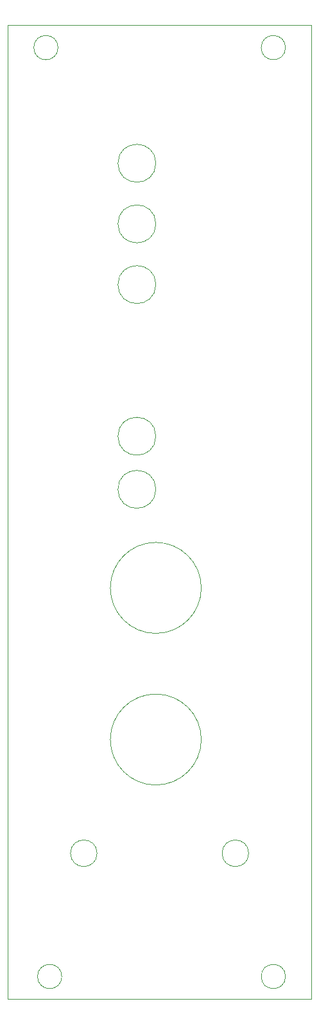
<source format=gbr>
%TF.GenerationSoftware,KiCad,Pcbnew,(5.99.0-9544-g366189b864)*%
%TF.CreationDate,2021-03-03T05:24:17+01:00*%
%TF.ProjectId,Powerboard 1 Front,506f7765-7262-46f6-9172-642031204672,rev?*%
%TF.SameCoordinates,Original*%
%TF.FileFunction,Profile,NP*%
%FSLAX46Y46*%
G04 Gerber Fmt 4.6, Leading zero omitted, Abs format (unit mm)*
G04 Created by KiCad (PCBNEW (5.99.0-9544-g366189b864)) date 2021-03-03 05:24:17*
%MOMM*%
%LPD*%
G01*
G04 APERTURE LIST*
%TA.AperFunction,Profile*%
%ADD10C,0.100000*%
%TD*%
G04 APERTURE END LIST*
D10*
X51750000Y-129250000D02*
G75*
G03*
X51750000Y-129250000I-1750000J0D01*
G01*
X31750000Y-129250000D02*
G75*
G03*
X31750000Y-129250000I-1750000J0D01*
G01*
X39500000Y-38250000D02*
G75*
G03*
X39500000Y-38250000I-2500000J0D01*
G01*
X39500000Y-46250000D02*
G75*
G03*
X39500000Y-46250000I-2500000J0D01*
G01*
X39500000Y-54250000D02*
G75*
G03*
X39500000Y-54250000I-2500000J0D01*
G01*
X39500000Y-74250000D02*
G75*
G03*
X39500000Y-74250000I-2500000J0D01*
G01*
X39500000Y-81250000D02*
G75*
G03*
X39500000Y-81250000I-2500000J0D01*
G01*
X45500000Y-94250000D02*
G75*
G03*
X45500000Y-94250000I-6000000J0D01*
G01*
X45500000Y-114250000D02*
G75*
G03*
X45500000Y-114250000I-6000000J0D01*
G01*
X20000000Y-20000000D02*
X60000000Y-20000000D01*
X60000000Y-20000000D02*
X60000000Y-148500000D01*
X60000000Y-148500000D02*
X20000000Y-148500000D01*
X20000000Y-148500000D02*
X20000000Y-20000000D01*
X56600000Y-23000000D02*
G75*
G03*
X56600000Y-23000000I-1600000J0D01*
G01*
X56600000Y-145500000D02*
G75*
G03*
X56600000Y-145500000I-1600000J0D01*
G01*
X26600000Y-23000000D02*
G75*
G03*
X26600000Y-23000000I-1600000J0D01*
G01*
X27100000Y-145500000D02*
G75*
G03*
X27100000Y-145500000I-1600000J0D01*
G01*
M02*

</source>
